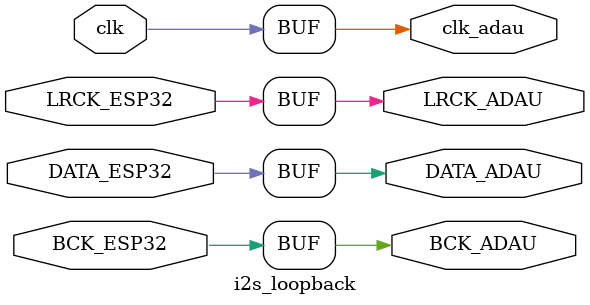
<source format=v>
`timescale 1ns / 1ps


module i2s_loopback(
    input clk,
    input LRCK_ESP32,
    input BCK_ESP32,
    input DATA_ESP32,
    output BCK_ADAU,
    output LRCK_ADAU,
    output DATA_ADAU,
    output clk_adau
    );
    assign BCK_ADAU = BCK_ESP32;
    assign LRCK_ADAU = LRCK_ESP32;
    assign DATA_ADAU = DATA_ESP32;
    assign clk_adau = clk;
endmodule

</source>
